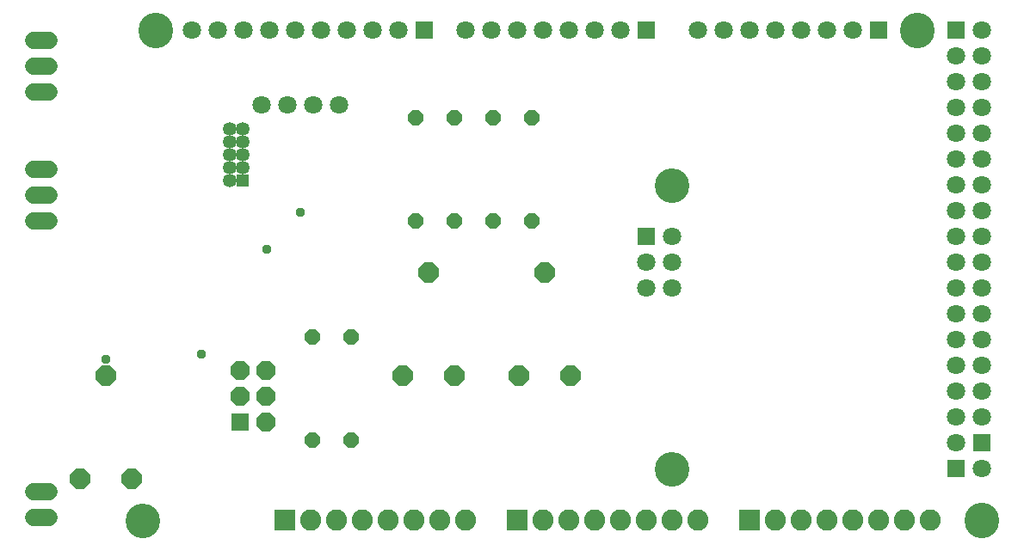
<source format=gbr>
G04 EAGLE Gerber RS-274X export*
G75*
%MOMM*%
%FSLAX34Y34*%
%LPD*%
%INSoldermask Bottom*%
%IPPOS*%
%AMOC8*
5,1,8,0,0,1.08239X$1,22.5*%
G01*
%ADD10C,3.403600*%
%ADD11R,2.082800X2.082800*%
%ADD12C,2.082800*%
%ADD13R,1.803400X1.803400*%
%ADD14C,1.803400*%
%ADD15C,3.403200*%
%ADD16C,1.346200*%
%ADD17R,1.311200X1.311200*%
%ADD18P,1.951982X8X22.500000*%
%ADD19C,1.727200*%
%ADD20P,1.649562X8X292.500000*%
%ADD21P,1.649562X8X112.500000*%
%ADD22P,2.144431X8X22.500000*%
%ADD23C,0.959600*%


D10*
X163830Y657860D03*
X913130Y657860D03*
X976630Y175260D03*
D11*
X519430Y175260D03*
D12*
X544830Y175260D03*
X570230Y175260D03*
X595630Y175260D03*
X621030Y175260D03*
X646430Y175260D03*
X671830Y175260D03*
X697230Y175260D03*
X367030Y175260D03*
X392430Y175260D03*
X417830Y175260D03*
X443230Y175260D03*
X468630Y175260D03*
D11*
X748030Y175260D03*
D12*
X773430Y175260D03*
X798830Y175260D03*
X824230Y175260D03*
X849630Y175260D03*
X875030Y175260D03*
X900430Y175260D03*
X925830Y175260D03*
D13*
X976630Y251460D03*
D14*
X951230Y251460D03*
X976630Y276860D03*
X951230Y276860D03*
X976630Y302260D03*
X951230Y302260D03*
X976630Y327660D03*
X951230Y327660D03*
X976630Y353060D03*
X951230Y353060D03*
X976630Y378460D03*
X951230Y378460D03*
X976630Y403860D03*
X951230Y403860D03*
X976630Y429260D03*
X951230Y429260D03*
X976630Y454660D03*
X951230Y454660D03*
X976630Y480060D03*
X951230Y480060D03*
X976630Y505460D03*
X951230Y505460D03*
X976630Y530860D03*
X951230Y530860D03*
X976630Y556260D03*
X951230Y556260D03*
X976630Y581660D03*
X951230Y581660D03*
X976630Y607060D03*
X951230Y607060D03*
X976630Y632460D03*
X951230Y632460D03*
D13*
X875030Y657860D03*
D14*
X849630Y657860D03*
X824230Y657860D03*
X798830Y657860D03*
X773430Y657860D03*
X748030Y657860D03*
X722630Y657860D03*
X697230Y657860D03*
D13*
X646430Y454660D03*
D14*
X646430Y429260D03*
X646430Y403860D03*
X671830Y454660D03*
X671830Y429260D03*
X671830Y403860D03*
D13*
X951230Y657860D03*
D14*
X976630Y657860D03*
D13*
X951230Y226060D03*
D14*
X976630Y226060D03*
D15*
X976884Y174752D03*
X164084Y657352D03*
X913384Y657352D03*
X151384Y174752D03*
X672084Y504952D03*
X672084Y225552D03*
D13*
X646430Y657860D03*
D14*
X621030Y657860D03*
X595630Y657860D03*
X570230Y657860D03*
X544830Y657860D03*
X519430Y657860D03*
X494030Y657860D03*
X468630Y657860D03*
D13*
X427990Y657860D03*
D14*
X402590Y657860D03*
X377190Y657860D03*
X351790Y657860D03*
X326390Y657860D03*
X300990Y657860D03*
X275590Y657860D03*
X250190Y657860D03*
X224790Y657860D03*
X199390Y657860D03*
D16*
X236893Y560142D03*
X236893Y547442D03*
X249593Y547442D03*
X249593Y560142D03*
X236893Y534742D03*
X249593Y534742D03*
X236893Y522042D03*
X249593Y522042D03*
X236893Y509342D03*
D17*
X249593Y509342D03*
D14*
X344307Y584426D03*
X318907Y584426D03*
X293507Y584426D03*
X268107Y584426D03*
D18*
X246540Y322460D03*
X246540Y297060D03*
D13*
X246540Y271660D03*
D18*
X271940Y322460D03*
X271940Y297060D03*
X271940Y271660D03*
D11*
X290760Y175130D03*
D12*
X316160Y175130D03*
X341630Y175250D03*
D19*
X58420Y647700D02*
X43180Y647700D01*
X43180Y622300D02*
X58420Y622300D01*
X58420Y596900D02*
X43180Y596900D01*
X43180Y520700D02*
X58420Y520700D01*
X58420Y495300D02*
X43180Y495300D01*
X43180Y469900D02*
X58420Y469900D01*
X58420Y177800D02*
X43180Y177800D01*
X43180Y203200D02*
X58420Y203200D01*
D20*
X317500Y355600D03*
X317500Y254000D03*
D21*
X457200Y469900D03*
X457200Y571500D03*
X495300Y469900D03*
X495300Y571500D03*
D20*
X419100Y571500D03*
X419100Y469900D03*
D21*
X533400Y469900D03*
X533400Y571500D03*
D20*
X355600Y355600D03*
X355600Y254000D03*
D22*
X520700Y317500D03*
X571500Y317500D03*
X546100Y419100D03*
X406400Y317500D03*
X457200Y317500D03*
X431800Y419100D03*
X88900Y215900D03*
X139700Y215900D03*
X114300Y317500D03*
D23*
X306324Y478536D03*
X272796Y441960D03*
X208788Y338328D03*
X114300Y333756D03*
M02*

</source>
